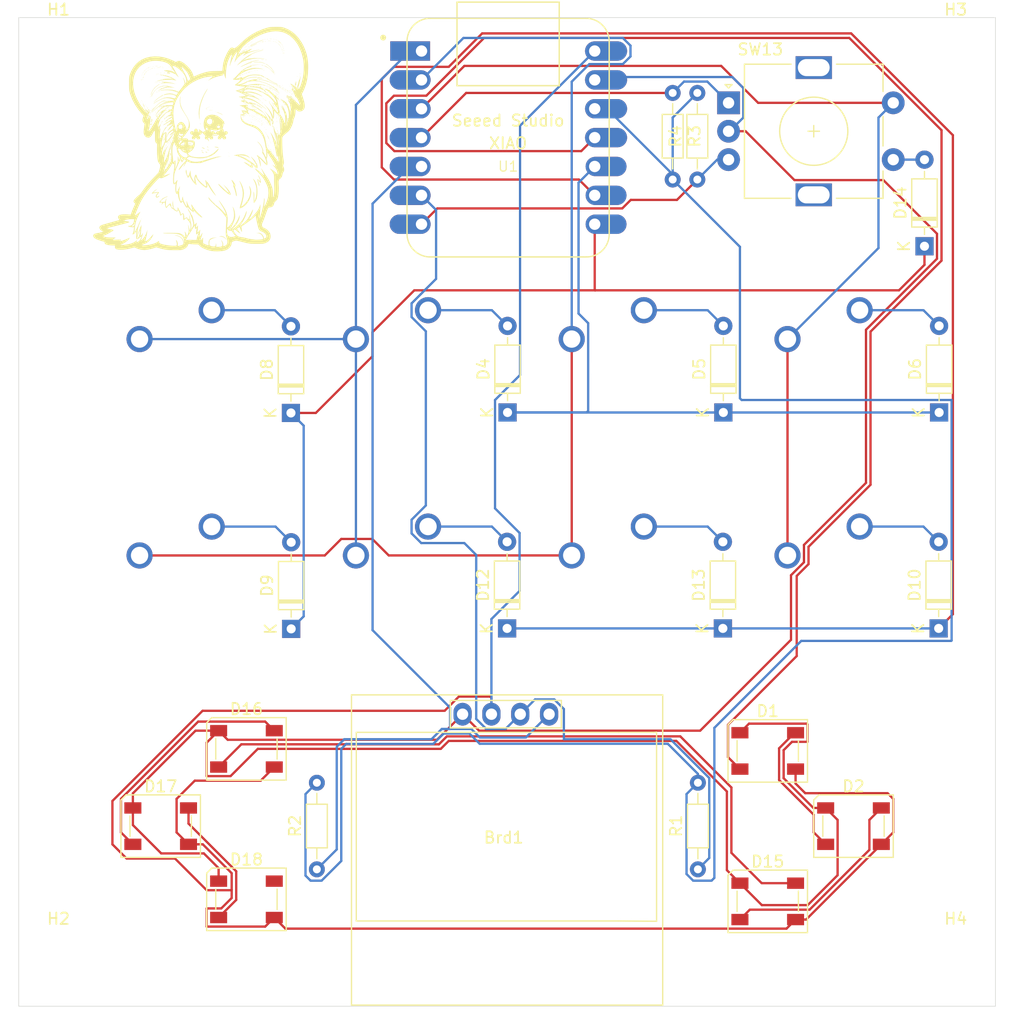
<source format=kicad_pcb>
(kicad_pcb (version 20240108) (generator "pcbnew") (generator_version "8.0")
  (layers (0 "F.Cu" signal) (31 "B.Cu" signal) (34 "B.Paste" user) (35 "F.Paste" user) (36 "B.SilkS" user "B.Silkscreen") (37 "F.SilkS" user "F.Silkscreen") (38 "B.Mask" user) (39 "F.Mask" user) (44 "Edge.Cuts" user))
  (net 0 "")
  (net 1 "+5V")
  (net 2 "OLED_SCL")
  (net 3 "GND")
  (net 4 "OLED_SDA")
  (net 5 "Led")
  (net 6 "Net-(D1-DOUT)")
  (net 7 "Net-(D15-DIN)")
  (net 8 "Net-(D8-A)")
  (net 9 "Net-(D9-A)")
  (net 10 "row1")
  (net 11 "Net-(D12-A)")
  (net 12 "Net-(D13-A)")
  (net 13 "Enc_SWA")
  (net 14 "Net-(D15-DOUT)")
  (net 15 "Net-(D16-DOUT)")
  (net 16 "Net-(D17-DOUT)")
  (net 18 "col0")
  (net 19 "col1")
  (net 20 "Enc_SWB")
  (net 21 "Enc_B")
  (net 22 "Enc_A")
  (net 23 "+3.3V")
  (net 24 "row2")
  (net 25 "Net-(D4-A)")
  (net 26 "Net-(D5-A)")
  (net 27 "Net-(D10-A)")
  (net 28 "Net-(D6-A)")
  (net 29 "row0")
  (footprint "MountingHole:MountingHole_3.2mm_M3" (layer "F.Cu") (at 72.5 173.75)
    (property "Reference" "H2" (at 0 -4.2 0) (layer "F.SilkS"))
    (property "Value" "MountingHole")
    (pad "" np_thru_hole circle (at 0 0) (size 3.2 3.2) (drill 3.2) (layers "*.Cu" "*.Mask"))
  )
  (footprint "MountingHole:MountingHole_3.2mm_M3" (layer "F.Cu") (at 72.5 93.75)
    (property "Reference" "H1" (at 0 -4.2 0) (layer "F.SilkS"))
    (property "Value" "MountingHole")
    (pad "" np_thru_hole circle (at 0 0) (size 3.2 3.2) (drill 3.2) (layers "*.Cu" "*.Mask"))
  )
  (footprint "footprints:MX-Solderable-1U" (layer "F.Cu") (at 83.45 140.12)
    (property "Reference" "SW7")
    (property "Value" "SW_Push")
    (pad "" np_thru_hole circle (at -5.08 0 48.099) (size 1.7018 1.7018) (drill 1.7018) (layers "F&B.Cu" "*.Mask"))
    (pad "" np_thru_hole circle (at 0 0) (size 3.9878 3.9878) (drill 3.9878) (layers "*.Cu" "*.Mask"))
    (pad "" np_thru_hole circle (at 5.08 0 48.099) (size 1.7018 1.7018) (drill 1.7018) (layers "F&B.Cu" "*.Mask"))
    (pad "1" thru_hole circle (at -3.81 -2.54) (size 2.3 2.3) (drill 1.524) (layers "*.Cu" "B.Mask") (net 19 "col1"))
    (pad "2" thru_hole circle (at 2.54 -5.08) (size 2.3 2.3) (drill 1.524) (layers "*.Cu" "B.Mask") (net 9 "Net-(D9-A)"))
  )
  (footprint "Resistor_THT:R_Axial_DIN0204_L3.6mm_D1.6mm_P7.62mm_Horizontal" (layer "F.Cu") (at 126.58 96.88 -90)
    (property "Reference" "R3" (at 3.81 -1.92 90) (layer "F.SilkS"))
    (property "Value" "R")
    (pad "1" thru_hole circle (at 0 0 270) (size 1.4 1.4) (drill 0.7) (layers "*.Cu" "*.Mask") (net 22 "Enc_A"))
    (pad "2" thru_hole oval (at 7.62 0 270) (size 1.4 1.4) (drill 0.7) (layers "*.Cu" "*.Mask") (net 23 "+3.3V"))
  )
  (footprint "Rotary_Encoder:RotaryEncoder_Alps_EC11E-Switch_Vertical_H20mm" (layer "F.Cu") (at 131.5 97.75)
    (property "Reference" "SW13" (at 2.8 -4.7 0) (layer "F.SilkS"))
    (property "Value" "RotaryEncoder_Switch")
    (pad "A" thru_hole rect (at 0 0) (size 2 2) (drill 1) (layers "*.Cu" "*.Mask") (net 22 "Enc_A"))
    (pad "B" thru_hole circle (at 0 5) (size 2 2) (drill 1) (layers "*.Cu" "*.Mask") (net 21 "Enc_B"))
    (pad "C" thru_hole circle (at 0 2.5) (size 2 2) (drill 1) (layers "*.Cu" "*.Mask") (net 3 "GND"))
    (pad "MP" thru_hole rect (at 7.5 -3.1) (size 3.2 2) (drill oval 2.8 1.5) (layers "*.Cu" "*.Mask"))
    (pad "MP" thru_hole rect (at 7.5 8.1) (size 3.2 2) (drill oval 2.8 1.5) (layers "*.Cu" "*.Mask"))
    (pad "S1" thru_hole circle (at 14.5 5) (size 2 2) (drill 1) (layers "*.Cu" "*.Mask") (net 13 "Enc_SWA"))
    (pad "S2" thru_hole circle (at 14.5 0) (size 2 2) (drill 1) (layers "*.Cu" "*.Mask") (net 20 "Enc_SWB"))
  )
  (footprint "Resistor_THT:R_Axial_DIN0204_L3.6mm_D1.6mm_P7.62mm_Horizontal" (layer "F.Cu") (at 128.75 104.5 90)
    (property "Reference" "R4" (at 3.81 -1.92 90) (layer "F.SilkS"))
    (property "Value" "R")
    (pad "1" thru_hole circle (at 0 0 90) (size 1.4 1.4) (drill 0.7) (layers "*.Cu" "*.Mask") (net 21 "Enc_B"))
    (pad "2" thru_hole oval (at 7.62 0 90) (size 1.4 1.4) (drill 0.7) (layers "*.Cu" "*.Mask") (net 23 "+3.3V"))
  )
  (footprint "footprints:XIAO-Generic-Hybrid-14P-2.54-21X17.8MM" (layer "F.Cu") (at 112.0895 100.812015)
    (property "Reference" "U1" (at 0 2.54 0) (layer "F.SilkS") (effects (font (size 0.889 0.889) (thickness 0.1016))))
    (property "Value" "MOUDLE-SEEEDUINO-XIAO" (hide yes))
    (fp_text user "Seeed Studio" (at 0 -1.5 0) (layer "F.SilkS"))
    (fp_text user "XIAO" (at 0 0.5 0) (layer "F.SilkS"))
    (pad "1" thru_hole rect (at -7.625 -7.62) (size 3.5 1.7) (drill 1 (offset -1 0)) (layers "*.Cu" "*.Mask") (net 18 "col0"))
    (pad "2" thru_hole oval (at -7.625 -5.08) (size 3.6 1.7) (drill 1 (offset -1 0)) (layers "*.Cu" "*.Mask") (net 19 "col1"))
    (pad "3" thru_hole oval (at -7.625 -2.54) (size 3.6 1.7) (drill 1 (offset -1 0)) (layers "*.Cu" "*.Mask") (net 20 "Enc_SWB"))
    (pad "4" thru_hole oval (at -7.625 0) (size 3.6 1.7) (drill 1 (offset -1 0)) (layers "*.Cu" "*.Mask") (net 22 "Enc_A"))
    (pad "5" thru_hole oval (at -7.625 2.54) (size 3.6 1.7) (drill 1 (offset -1 0)) (layers "*.Cu" "*.Mask") (net 4 "OLED_SDA"))
    (pad "6" thru_hole oval (at -7.625 5.08 180) (size 3.6 1.7) (drill 1 (offset 1 0)) (layers "*.Cu" "*.Mask") (net 2 "OLED_SCL"))
    (pad "7" thru_hole oval (at -7.625 7.62) (size 3.6 1.7) (drill 1 (offset -1 0)) (layers "*.Cu" "*.Mask") (net 21 "Enc_B"))
    (pad "8" thru_hole oval (at 7.625 7.62) (size 3.6 1.7) (drill 1 (offset 1 0)) (layers "*.Cu" "*.Mask") (net 29 "row0"))
    (pad "9" thru_hole oval (at 7.625 5.08) (size 3.6 1.7) (drill 1 (offset 1 0)) (layers "*.Cu" "*.Mask") (net 10 "row1"))
    (pad "10" thru_hole oval (at 7.625 2.54) (size 3.6 1.7) (drill 1 (offset 1 0)) (layers "*.Cu" "*.Mask") (net 24 "row2"))
    (pad "11" thru_hole oval (at 7.625 0) (size 3.7 1.7) (drill 1 (offset 1 0)) (layers "*.Cu" "*.Mask") (net 5 "Led"))
    (pad "12" thru_hole oval (at 7.625 -2.54) (size 3.7 1.7) (drill 1 (offset 1 0)) (layers "*.Cu" "*.Mask") (net 23 "+3.3V"))
    (pad "13" thru_hole oval (at 7.625 -5.08) (size 3.7 1.7) (drill 1 (offset 1 0)) (layers "*.Cu" "*.Mask") (net 3 "GND"))
    (pad "14" thru_hole oval (at 7.625 -7.62) (size 3.7 1.7) (drill 1 (offset 1 0)) (layers "*.Cu" "*.Mask") (net 1 "+5V"))
  )
  (footprint "SSD1306:128x64OLED" (layer "F.Cu") (at 111.7 162.15)
    (property "Reference" "Brd1" (at 0 0.254 0) (layer "F.SilkS"))
    (property "Value" "SSD1306")
    (pad "1" thru_hole oval (at -3.62 -10.6 90) (size 2 1.6) (drill 1) (layers "*.Cu" "*.Mask") (net 3 "GND"))
    (pad "2" thru_hole oval (at -1.08 -10.6 90) (size 2 1.6) (drill 1) (layers "*.Cu" "*.Mask") (net 1 "+5V"))
    (pad "3" thru_hole oval (at 1.46 -10.6 90) (size 2 1.6) (drill 1) (layers "*.Cu" "*.Mask") (net 2 "OLED_SCL"))
    (pad "4" thru_hole oval (at 4 -10.6 90) (size 2 1.6) (drill 1) (layers "*.Cu" "*.Mask") (net 4 "OLED_SDA"))
  )
  (footprint "footprints:MX-Solderable-1U" (layer "F.Cu") (at 121.5 140.11805)
    (property "Reference" "SW11")
    (property "Value" "SW_Push")
    (pad "" np_thru_hole circle (at -5.08 0 48.099) (size 1.7018 1.7018) (drill 1.7018) (layers "F&B.Cu" "*.Mask"))
    (pad "" np_thru_hole circle (at 0 0) (size 3.9878 3.9878) (drill 3.9878) (layers "*.Cu" "*.Mask"))
    (pad "" np_thru_hole circle (at 5.08 0 48.099) (size 1.7018 1.7018) (drill 1.7018) (layers "F&B.Cu" "*.Mask"))
    (pad "1" thru_hole circle (at -3.81 -2.54) (size 2.3 2.3) (drill 1.524) (layers "*.Cu" "B.Mask") (net 19 "col1"))
    (pad "2" thru_hole circle (at 2.54 -5.08) (size 2.3 2.3) (drill 1.524) (layers "*.Cu" "B.Mask") (net 12 "Net-(D13-A)"))
  )
  (footprint "LED_SMD:LED_SK6812_PLCC4_5.0x5.0mm_P3.2mm" (layer "F.Cu") (at 134.95 168.02)
    (property "Reference" "D15" (at 0 -3.5 0) (layer "F.SilkS"))
    (property "Value" "SK6812")
    (pad "1" smd rect (at -2.45 -1.6 180) (size 1.5 1) (layers "F.Cu" "F.Paste" "F.Mask") (net 3 "GND"))
    (pad "2" smd rect (at -2.45 1.6 180) (size 1.5 1) (layers "F.Cu" "F.Paste" "F.Mask") (net 7 "Net-(D15-DIN)"))
    (pad "3" smd rect (at 2.45 1.6 180) (size 1.5 1) (layers "F.Cu" "F.Paste" "F.Mask") (net 1 "+5V"))
    (pad "4" smd rect (at 2.45 -1.6 180) (size 1.5 1) (layers "F.Cu" "F.Paste" "F.Mask") (net 14 "Net-(D15-DOUT)"))
  )
  (footprint "footprints:MX-Solderable-1U" (layer "F.Cu") (at 140.5 121.08)
    (property "Reference" "SW4")
    (property "Value" "SW_Push")
    (pad "" np_thru_hole circle (at -5.08 0 48.099) (size 1.7018 1.7018) (drill 1.7018) (layers "F&B.Cu" "*.Mask"))
    (pad "" np_thru_hole circle (at 0 0) (size 3.9878 3.9878) (drill 3.9878) (layers "*.Cu" "*.Mask"))
    (pad "" np_thru_hole circle (at 5.08 0 48.099) (size 1.7018 1.7018) (drill 1.7018) (layers "F&B.Cu" "*.Mask"))
    (pad "1" thru_hole circle (at -3.81 -2.54) (size 2.3 2.3) (drill 1.524) (layers "*.Cu" "B.Mask") (net 20 "Enc_SWB"))
    (pad "2" thru_hole circle (at 2.54 -5.08) (size 2.3 2.3) (drill 1.524) (layers "*.Cu" "B.Mask") (net 28 "Net-(D6-A)"))
  )
  (footprint "LED_SMD:LED_SK6812_PLCC4_5.0x5.0mm_P3.2mm" (layer "F.Cu") (at 89.05 154.6)
    (property "Reference" "D16" (at 0 -3.5 0) (layer "F.SilkS"))
    (property "Value" "SK6812")
    (pad "1" smd rect (at -2.45 -1.6 180) (size 1.5 1) (layers "F.Cu" "F.Paste" "F.Mask") (net 3 "GND"))
    (pad "2" smd rect (at -2.45 1.6 180) (size 1.5 1) (layers "F.Cu" "F.Paste" "F.Mask") (net 14 "Net-(D15-DOUT)"))
    (pad "3" smd rect (at 2.45 1.6 180) (size 1.5 1) (layers "F.Cu" "F.Paste" "F.Mask") (net 1 "+5V"))
    (pad "4" smd rect (at 2.45 -1.6 180) (size 1.5 1) (layers "F.Cu" "F.Paste" "F.Mask") (net 15 "Net-(D16-DOUT)"))
  )
  (footprint "Diode_THT:D_DO-35_SOD27_P7.62mm_Horizontal" (layer "F.Cu") (at 150.04 125 90)
    (property "Reference" "D6" (at 3.81 -2.12 90) (layer "F.SilkS"))
    (property "Value" "D")
    (fp_text user "K" (at 0 -1.8 90) (layer "F.SilkS"))
    (pad "1" thru_hole rect (at 0 0 90) (size 1.6 1.6) (drill 0.8) (layers "*.Cu" "*.Mask") (net 24 "row2"))
    (pad "2" thru_hole oval (at 7.62 0 90) (size 1.6 1.6) (drill 0.8) (layers "*.Cu" "*.Mask") (net 28 "Net-(D6-A)"))
  )
  (footprint "Diode_THT:D_DO-35_SOD27_P7.62mm_Horizontal" (layer "F.Cu") (at 131.04 125 90)
    (property "Reference" "D5" (at 3.81 -2.12 90) (layer "F.SilkS"))
    (property "Value" "D")
    (fp_text user "K" (at 0 -1.8 90) (layer "F.SilkS"))
    (pad "1" thru_hole rect (at 0 0 90) (size 1.6 1.6) (drill 0.8) (layers "*.Cu" "*.Mask") (net 24 "row2"))
    (pad "2" thru_hole oval (at 7.62 0 90) (size 1.6 1.6) (drill 0.8) (layers "*.Cu" "*.Mask") (net 26 "Net-(D5-A)"))
  )
  (footprint "LED_SMD:LED_SK6812_PLCC4_5.0x5.0mm_P3.2mm" (layer "F.Cu") (at 89.05 167.84)
    (property "Reference" "D18" (at 0 -3.5 0) (layer "F.SilkS"))
    (property "Value" "SK6812")
    (pad "1" smd rect (at -2.45 -1.6 180) (size 1.5 1) (layers "F.Cu" "F.Paste" "F.Mask") (net 3 "GND"))
    (pad "2" smd rect (at -2.45 1.6 180) (size 1.5 1) (layers "F.Cu" "F.Paste" "F.Mask") (net 16 "Net-(D17-DOUT)"))
    (pad "3" smd rect (at 2.45 1.6 180) (size 1.5 1) (layers "F.Cu" "F.Paste" "F.Mask") (net 1 "+5V"))
    (pad "4" smd rect (at 2.45 -1.6 180) (size 1.5 1) (layers "F.Cu" "F.Paste" "F.Mask"))
  )
  (footprint "Diode_THT:D_DO-35_SOD27_P7.62mm_Horizontal" (layer "F.Cu") (at 150 144 90)
    (property "Reference" "D10" (at 3.81 -2.12 90) (layer "F.SilkS"))
    (property "Value" "D")
    (fp_text user "K" (at 0 -1.8 90) (layer "F.SilkS"))
    (pad "1" thru_hole rect (at 0 0 90) (size 1.6 1.6) (drill 0.8) (layers "*.Cu" "*.Mask") (net 10 "row1"))
    (pad "2" thru_hole oval (at 7.62 0 90) (size 1.6 1.6) (drill 0.8) (layers "*.Cu" "*.Mask") (net 27 "Net-(D10-A)"))
  )
  (footprint "LED_SMD:LED_SK6812_PLCC4_5.0x5.0mm_P3.2mm" (layer "F.Cu") (at 142.5 161.4)
    (property "Reference" "D2" (at 0 -3.5 0) (layer "F.SilkS"))
    (property "Value" "SK6812")
    (pad "1" smd rect (at -2.45 -1.6 180) (size 1.5 1) (layers "F.Cu" "F.Paste" "F.Mask") (net 3 "GND"))
    (pad "2" smd rect (at -2.45 1.6 180) (size 1.5 1) (layers "F.Cu" "F.Paste" "F.Mask") (net 6 "Net-(D1-DOUT)"))
    (pad "3" smd rect (at 2.45 1.6 180) (size 1.5 1) (layers "F.Cu" "F.Paste" "F.Mask") (net 1 "+5V"))
    (pad "4" smd rect (at 2.45 -1.6 180) (size 1.5 1) (layers "F.Cu" "F.Paste" "F.Mask") (net 7 "Net-(D15-DIN)"))
  )
  (footprint "LED_SMD:LED_SK6812_PLCC4_5.0x5.0mm_P3.2mm" (layer "F.Cu") (at 81.5 161.4)
    (property "Reference" "D17" (at 0 -3.5 0) (layer "F.SilkS"))
    (property "Value" "SK6812")
    (pad "1" smd rect (at -2.45 -1.6 180) (size 1.5 1) (layers "F.Cu" "F.Paste" "F.Mask") (net 3 "GND"))
    (pad "2" smd rect (at -2.45 1.6 180) (size 1.5 1) (layers "F.Cu" "F.Paste" "F.Mask") (net 15 "Net-(D16-DOUT)"))
    (pad "3" smd rect (at 2.45 1.6 180) (size 1.5 1) (layers "F.Cu" "F.Paste" "F.Mask") (net 1 "+5V"))
    (pad "4" smd rect (at 2.45 -1.6 180) (size 1.5 1) (layers "F.Cu" "F.Paste" "F.Mask") (net 16 "Net-(D17-DOUT)"))
  )
  (footprint "MountingHole:MountingHole_3.2mm_M3" (layer "F.Cu") (at 151.5 93.75)
    (property "Reference" "H3" (at 0 -4.2 0) (layer "F.SilkS"))
    (property "Value" "MountingHole")
    (pad "" np_thru_hole circle (at 0 0) (size 3.2 3.2) (drill 3.2) (layers "*.Cu" "*.Mask"))
  )
  (footprint "footprints:MX-Solderable-1U" (layer "F.Cu") (at 140.5 140.11805)
    (property "Reference" "SW8")
    (property "Value" "SW_Push")
    (pad "" np_thru_hole circle (at -5.08 0 48.099) (size 1.7018 1.7018) (drill 1.7018) (layers "F&B.Cu" "*.Mask"))
    (pad "" np_thru_hole circle (at 0 0) (size 3.9878 3.9878) (drill 3.9878) (layers "*.Cu" "*.Mask"))
    (pad "" np_thru_hole circle (at 5.08 0 48.099) (size 1.7018 1.7018) (drill 1.7018) (layers "F&B.Cu" "*.Mask"))
    (pad "1" thru_hole circle (at -3.81 -2.54) (size 2.3 2.3) (drill 1.524) (layers "*.Cu" "B.Mask") (net 20 "Enc_SWB"))
    (pad "2" thru_hole circle (at 2.54 -5.08) (size 2.3 2.3) (drill 1.524) (layers "*.Cu" "B.Mask") (net 27 "Net-(D10-A)"))
  )
  (footprint "footprints:MX-Solderable-1U" (layer "F.Cu") (at 102.5 121.08)
    (property "Reference" "SW2")
    (property "Value" "SW_Push")
    (pad "" np_thru_hole circle (at -5.08 0 48.099) (size 1.7018 1.7018) (drill 1.7018) (layers "F&B.Cu" "*.Mask"))
    (pad "" np_thru_hole circle (at 0 0) (size 3.9878 3.9878) (drill 3.9878) (layers "*.Cu" "*.Mask"))
    (pad "" np_thru_hole circle (at 5.08 0 48.099) (size 1.7018 1.7018) (drill 1.7018) (layers "F&B.Cu" "*.Mask"))
    (pad "1" thru_hole circle (at -3.81 -2.54) (size 2.3 2.3) (drill 1.524) (layers "*.Cu" "B.Mask") (net 18 "col0"))
    (pad "2" thru_hole circle (at 2.54 -5.08) (size 2.3 2.3) (drill 1.524) (layers "*.Cu" "B.Mask") (net 25 "Net-(D4-A)"))
  )
  (footprint "footprints:MX-Solderable-1U" (layer "F.Cu") (at 121.5 121.08)
    (property "Reference" "SW3")
    (property "Value" "SW_Push")
    (pad "" np_thru_hole circle (at -5.08 0 48.099) (size 1.7018 1.7018) (drill 1.7018) (layers "F&B.Cu" "*.Mask"))
    (pad "" np_thru_hole circle (at 0 0) (size 3.9878 3.9878) (drill 3.9878) (layers "*.Cu" "*.Mask"))
    (pad "" np_thru_hole circle (at 5.08 0 48.099) (size 1.7018 1.7018) (drill 1.7018) (layers "F&B.Cu" "*.Mask"))
    (pad "1" thru_hole circle (at -3.81 -2.54) (size 2.3 2.3) (drill 1.524) (layers "*.Cu" "B.Mask") (net 19 "col1"))
    (pad "2" thru_hole circle (at 2.54 -5.08) (size 2.3 2.3) (drill 1.524) (layers "*.Cu" "B.Mask") (net 26 "Net-(D5-A)"))
  )
  (footprint "LOGO" (layer "F.Cu") (at 85 101)
    (property "Reference" "G***" (at 0 0 0) (layer "F.SilkS") (effects (font (size 1.5 1.5) (thickness 0.3))))
    (property "Value" "LOGO" (hide yes))
  )
  (footprint "MountingHole:MountingHole_3.2mm_M3" (layer "F.Cu") (at 151.5 173.75)
    (property "Reference" "H4" (at 0 -4.2 0) (layer "F.SilkS"))
    (property "Value" "MountingHole")
    (pad "" np_thru_hole circle (at 0 0) (size 3.2 3.2) (drill 3.2) (layers "*.Cu" "*.Mask"))
  )
  (footprint "footprints:MX-Solderable-1U" (layer "F.Cu") (at 102.5 140.11805)
    (property "Reference" "SW10")
    (property "Value" "SW_Push")
    (pad "" np_thru_hole circle (at -5.08 0 48.099) (size 1.7018 1.7018) (drill 1.7018) (layers "F&B.Cu" "*.Mask"))
    (pad "" np_thru_hole circle (at 0 0) (size 3.9878 3.9878) (drill 3.9878) (layers "*.Cu" "*.Mask"))
    (pad "" np_thru_hole circle (at 5.08 0 48.099) (size 1.7018 1.7018) (drill 1.7018) (layers "F&B.Cu" "*.Mask"))
    (pad "1" thru_hole circle (at -3.81 -2.54) (size 2.3 2.3) (drill 1.524) (layers "*.Cu" "B.Mask") (net 18 "col0"))
    (pad "2" thru_hole circle (at 2.54 -5.08) (size 2.3 2.3) (drill 1.524) (layers "*.Cu" "B.Mask") (net 11 "Net-(D12-A)"))
  )
  (footprint "Diode_THT:D_DO-35_SOD27_P7.62mm_Horizontal" (layer "F.Cu") (at 92.97 125.04 90)
    (property "Reference" "D8" (at 3.81 -2.12 90) (layer "F.SilkS"))
    (property "Value" "D")
    (fp_text user "K" (at 0 -1.8 90) (layer "F.SilkS"))
    (pad "1" thru_hole rect (at 0 0 90) (size 1.6 1.6) (drill 0.8) (layers "*.Cu" "*.Mask") (net 29 "row0"))
    (pad "2" thru_hole oval (at 7.62 0 90) (size 1.6 1.6) (drill 0.8) (layers "*.Cu" "*.Mask") (net 8 "Net-(D8-A)"))
  )
  (footprint "Resistor_THT:R_Axial_DIN0204_L3.6mm_D1.6mm_P7.62mm_Horizontal" (layer "F.Cu") (at 128.8 165.2 90)
    (property "Reference" "R1" (at 3.81 -1.92 90) (layer "F.SilkS"))
    (property "Value" "R")
    (pad "1" thru_hole circle (at 0 0 90) (size 1.4 1.4) (drill 0.7) (layers "*.Cu" "*.Mask") (net 2 "OLED_SCL"))
    (pad "2" thru_hole oval (at 7.62 0 90) (size 1.4 1.4) (drill 0.7) (layers "*.Cu" "*.Mask") (net 23 "+3.3V"))
  )
  (footprint "Diode_THT:D_DO-35_SOD27_P7.62mm_Horizontal" (layer "F.Cu") (at 112.04 125 90)
    (property "Reference" "D4" (at 3.81 -2.12 90) (layer "F.SilkS"))
    (property "Value" "D")
    (fp_text user "K" (at 0 -1.8 90) (layer "F.SilkS"))
    (pad "1" thru_hole rect (at 0 0 90) (size 1.6 1.6) (drill 0.8) (layers "*.Cu" "*.Mask") (net 24 "row2"))
    (pad "2" thru_hole oval (at 7.62 0 90) (size 1.6 1.6) (drill 0.8) (layers "*.Cu" "*.Mask") (net 25 "Net-(D4-A)"))
  )
  (footprint "footprints:MX-Solderable-1U" (layer "F.Cu") (at 83.45 121.08)
    (property "Reference" "SW6")
    (property "Value" "SW_Push")
    (pad "" np_thru_hole circle (at -5.08 0 48.099) (size 1.7018 1.7018) (drill 1.7018) (layers "F&B.Cu" "*.Mask"))
    (pad "" np_thru_hole circle (at 0 0) (size 3.9878 3.9878) (drill 3.9878) (layers "*.Cu" "*.Mask"))
    (pad "" np_thru_hole circle (at 5.08 0 48.099) (size 1.7018 1.7018) (drill 1.7018) (layers "F&B.Cu" "*.Mask"))
    (pad "1" thru_hole circle (at -3.81 -2.54) (size 2.3 2.3) (drill 1.524) (layers "*.Cu" "B.Mask") (net 18 "col0"))
    (pad "2" thru_hole circle (at 2.54 -5.08) (size 2.3 2.3) (drill 1.524) (layers "*.Cu" "B.Mask") (net 8 "Net-(D8-A)"))
  )
  (footprint "LED_SMD:LED_SK6812_PLCC4_5.0x5.0mm_P3.2mm" (layer "F.Cu") (at 134.95 154.78)
    (property "Reference" "D1" (at 0 -3.5 0) (layer "F.SilkS"))
    (property "Value" "SK6812")
    (pad "1" smd rect (at -2.45 -1.6 180) (size 1.5 1) (layers "F.Cu" "F.Paste" "F.Mask") (net 3 "GND"))
    (pad "2" smd rect (at -2.45 1.6 180) (size 1.5 1) (layers "F.Cu" "F.Paste" "F.Mask") (net 5 "Led"))
    (pad "3" smd rect (at 2.45 1.6 180) (size 1.5 1) (layers "F.Cu" "F.Paste" "F.Mask") (net 1 "+5V"))
    (pad "4" smd rect (at 2.45 -1.6 180) (size 1.5 1) (layers "F.Cu" "F.Paste" "F.Mask") (net 6 "Net-(D1-DOUT)"))
  )
  (footprint "Diode_THT:D_DO-35_SOD27_P7.62mm_Horizontal" (layer "F.Cu") (at 112 144 90)
    (property "Reference" "D12" (at 3.81 -2.12 90) (layer "F.SilkS"))
    (property "Value" "D")
    (fp_text user "K" (at 0 -1.8 90) (layer "F.SilkS"))
    (pad "1" thru_hole rect (at 0 0 90) (size 1.6 1.6) (drill 0.8) (layers "*.Cu" "*.Mask") (net 10 "row1"))
    (pad "2" thru_hole oval (at 7.62 0 90) (size 1.6 1.6) (drill 0.8) (layers "*.Cu" "*.Mask") (net 11 "Net-(D12-A)"))
  )
  (footprint "Diode_THT:D_DO-35_SOD27_P7.62mm_Horizontal" (layer "F.Cu") (at 92.99 144.04 90)
    (property "Reference" "D9" (at 3.81 -2.12 90) (layer "F.SilkS"))
    (property "Value" "D")
    (fp_text user "K" (at 0 -1.8 90) (layer "F.SilkS"))
    (pad "1" thru_hole rect (at 0 0 90) (size 1.6 1.6) (drill 0.8) (layers "*.Cu" "*.Mask") (net 29 "row0"))
    (pad "2" thru_hole oval (at 7.62 0 90) (size 1.6 1.6) (drill 0.8) (layers "*.Cu" "*.Mask") (net 9 "Net-(D9-A)"))
  )
  (footprint "Resistor_THT:R_Axial_DIN0204_L3.6mm_D1.6mm_P7.62mm_Horizontal" (layer "F.Cu") (at 95.25 165.2 90)
    (property "Reference" "R2" (at 3.81 -1.92 90) (layer "F.SilkS"))
    (property "Value" "R")
    (pad "1" thru_hole circle (at 0 0 90) (size 1.4 1.4) (drill 0.7) (layers "*.Cu" "*.Mask") (net 4 "OLED_SDA"))
    (pad "2" thru_hole oval (at 7.62 0 90) (size 1.4 1.4) (drill 0.7) (layers "*.Cu" "*.Mask") (net 23 "+3.3V"))
  )
  (footprint "Diode_THT:D_DO-35_SOD27_P7.62mm_Horizontal" (layer "F.Cu") (at 131 144 90)
    (property "Reference" "D13" (at 3.81 -2.12 90) (layer "F.SilkS"))
    (property "Value" "D")
    (fp_text user "K" (at 0 -1.8 90) (layer "F.SilkS"))
    (pad "1" thru_hole rect (at 0 0 90) (size 1.6 1.6) (drill 0.8) (layers "*.Cu" "*.Mask") (net 10 "row1"))
    (pad "2" thru_hole oval (at 7.62 0 90) (size 1.6 1.6) (drill 0.8) (layers "*.Cu" "*.Mask") (net 12 "Net-(D13-A)"))
  )
  (footprint "Diode_THT:D_DO-35_SOD27_P7.62mm_Horizontal" (layer "F.Cu") (at 148.75 110.37 90)
    (property "Reference" "D14" (at 3.81 -2.12 90) (layer "F.SilkS"))
    (property "Value" "D")
    (fp_text user "K" (at 0 -1.8 90) (layer "F.SilkS"))
    (pad "1" thru_hole rect (at 0 0 90) (size 1.6 1.6) (drill 0.8) (layers "*.Cu" "*.Mask") (net 29 "row0"))
    (pad "2" thru_hole oval (at 7.62 0 90) (size 1.6 1.6) (drill 0.8) (layers "*.Cu" "*.Mask") (net 13 "Enc_SWA"))
  )
  (gr_rect (start 69 90.25) (end 155 177.25) (stroke (width 0.05)) (fill none) (layer "Edge.Cuts"))
  (segment (start 106.5 151.25) (end 107.75 150) (width 0.2) (layer "F.Cu") (net 1))
  (segment (start 85.184314 151.25) (end 106.5 151.25) (width 0.2) (layer "F.Cu") (net 1))
  (segment (start 146 161.95) (end 146 159) (width 0.2) (layer "F.Cu") (net 1))
  (segment (start 136.6 170.42) (end 137.4 169.62) (width 0.2) (layer "F.Cu") (net 1))
  (segment (start 138.25 158.5) (end 137.4 157.65) (width 0.2) (layer "F.Cu") (net 1))
  (segment (start 137.4 157.65) (end 137.4 156.38) (width 0.2) (layer "F.Cu") (net 1))
  (segment (start 85.55 167.04) (end 82.76 164.25) (width 0.2) (layer "F.Cu") (net 1))
  (segment (start 87.71 167.04) (end 85.55 167.04) (width 0.2) (layer "F.Cu") (net 1))
  (segment (start 137.4 169.62) (end 138.33 169.62) (width 0.2) (layer "F.Cu") (net 1))
  (segment (start 138.33 169.62) (end 144.95 163) (width 0.2) (layer "F.Cu") (net 1))
  (segment (start 145.5 158.5) (end 138.25 158.5) (width 0.2) (layer "F.Cu") (net 1))
  (segment (start 82.9 161.95) (end 82.9 159) (width 0.2) (layer "F.Cu") (net 1))
  (segment (start 82.9 159) (end 84.5 157.4) (width 0.2) (layer "F.Cu") (net 1))
  (segment (start 144.95 163) (end 146 161.95) (width 0.2) (layer "F.Cu") (net 1))
  (segment (start 87.75 165.54) (end 85.21 163) (width 0.2) (layer "F.Cu") (net 1))
  (segment (start 85.21 163) (end 83.95 163) (width 0.2) (layer "F.Cu") (net 1))
  (segment (start 77.25 159.184314) (end 85.184314 151.25) (width 0.2) (layer "F.Cu") (net 1))
  (segment (start 107.75 150) (end 110.5 150) (width 0.2) (layer "F.Cu") (net 1))
  (segment (start 78.5 164.25) (end 77.25 163) (width 0.2) (layer "F.Cu") (net 1))
  (segment (start 82.76 164.25) (end 78.5 164.25) (width 0.2) (layer "F.Cu") (net 1))
  (segment (start 83.95 163) (end 82.9 161.95) (width 0.2) (layer "F.Cu") (net 1))
  (segment (start 87.75 167.724314) (end 87.75 167) (width 0.2) (layer "F.Cu") (net 1))
  (segment (start 85.55 168.64) (end 86.834314 168.64) (width 0.2) (layer "F.Cu") (net 1))
  (segment (start 92.48 170.42) (end 136.6 170.42) (width 0.2) (layer "F.Cu") (net 1))
  (segment (start 110.5 150) (end 110.62 150.12) (width 0.2) (layer "F.Cu") (net 1))
  (segment (start 77.25 163) (end 77.25 159.184314) (width 0.2) (layer "F.Cu") (net 1))
  (segment (start 85.55 170.24) (end 85.55 168.64) (width 0.2) (layer "F.Cu") (net 1))
  (segment (start 84.5 157.4) (end 90.3 157.4) (width 0.2) (layer "F.Cu") (net 1))
  (segment (start 91.5 169.44) (end 92.48 170.42) (width 0.2) (layer "F.Cu") (net 1))
  (segment (start 90.7 170.24) (end 85.55 170.24) (width 0.2) (layer "F.Cu") (net 1))
  (segment (start 86.834314 168.64) (end 87.75 167.724314) (width 0.2) (layer "F.Cu") (net 1))
  (segment (start 91.5 169.44) (end 90.7 170.24) (width 0.2) (layer "F.Cu") (net 1))
  (segment (start 87.75 167) (end 87.71 167.04) (width 0.2) (layer "F.Cu") (net 1))
  (segment (start 87.75 167) (end 87.75 165.54) (width 0.2) (layer "F.Cu") (net 1))
  (segment (start 90.3 157.4) (end 91.5 156.2) (width 0.2) (layer "F.Cu") (net 1))
  (segment (start 110.62 150.12) (end 110.62 151.55) (width 0.2) (layer "F.Cu") (net 1))
  (segment (start 146 159) (end 145.5 158.5) (width 0.2) (layer "F.Cu") (net 1))
  (segment (start 113.1 140.7) (end 110.62 143.18) (width 0.2) (layer "B.Cu") (net 1))
  (segment (start 119.7145 93.192015) (end 113.14 99.766515) (width 0.2) (layer "B.Cu") (net 1))
  (segment (start 113.14 121.7) (end 110.94 123.9) (width 0.2) (layer "B.Cu") (net 1))
  (segment (start 110.94 133.44) (end 113.1 135.6) (width 0.2) (layer "B.Cu") (net 1))
  (segment (start 113.14 99.766515) (end 113.14 121.7) (width 0.2) (layer "B.Cu") (net 1))
  (segment (start 113.1 135.6) (end 113.1 140.7) (width 0.2) (layer "B.Cu") (net 1))
  (segment (start 110.94 123.9) (end 110.94 133.44) (width 0.2) (layer "B.Cu") (net 1))
  (segment (start 110.62 143.18) (end 110.62 151.55) (width 0.2) (layer "B.Cu") (net 1))
  (segment (start 104.43939 136.48805) (end 103.59 135.63866) (width 0.2) (layer "B.Cu") (net 2))
  (segment (start 110.164365 152.85) (end 109.282182 151.967817) (width 0.2) (layer "B.Cu") (net 2))
  (segment (start 128.8 165.2) (end 129.8 164.2) (width 0.2) (layer "B.Cu") (net 2))
  (segment (start 103.59 135.63866) (end 103.59 134.43744) (width 0.2) (layer "B.Cu") (net 2))
  (segment (start 129.8 164.2) (end 129.8 157.165786) (width 0.2) (layer "B.Cu") (net 2))
  (segment (start 116.155635 150.25) (end 114.46 150.25) (width 0.2) (layer "B.Cu") (net 2))
  (segment (start 109.282182 137.53805) (end 108.232182 136.48805) (width 0.2) (layer "B.Cu") (net 2))
  (segment (start 126.384214 153.75) (end 117 153.75) (width 0.2) (layer "B.Cu") (net 2))
  (segment (start 103.59 115.39939) (end 105.75 113.23939) (width 0.2) (layer "B.Cu") (net 2))
  (segment (start 103.59 116.60061) (end 103.59 115.39939) (width 0.2) (layer "B.Cu") (net 2))
  (segment (start 113.16 151.55) (end 111.86 152.85) (width 0.2) (layer "B.Cu") (net 2))
  (segment (start 117 153.75) (end 117 151.094365) (width 0.2) (layer "B.Cu") (net 2))
  (segment (start 104.8439 133.18354) (end 104.8439 117.85451) (width 0.2) (layer "B.Cu") (net 2))
  (segment (start 109.282182 151.967817) (end 109.282182 137.53805) (width 0.2) (layer "B.Cu") (net 2))
  (segment (start 129.8 157.165786) (end 126.384214 153.75) (width 0.2) (layer "B.Cu") (net 2))
  (segment (start 111.86 152.85) (end 110.164365 152.85) (width 0.2) (layer "B.Cu") (net 2))
  (segment (start 108.232182 136.48805) (end 104.43939 136.48805) (width 0.2) (layer "B.Cu") (net 2))
  (segment (start 114.46 150.25) (end 113.16 151.55) (width 0.2) (layer "B.Cu") (net 2))
  (segment (start 105.75 113.23939) (end 105.75 107.177515) (width 0.2) (layer "B.Cu") (net 2))
  (segment (start 117 151.094365) (end 116.155635 150.25) (width 0.2) (layer "B.Cu") (net 2))
  (segment (start 103.59 134.43744) (end 104.8439 133.18354) (width 0.2) (layer "B.Cu") (net 2))
  (segment (start 104.8439 117.85451) (end 103.59 116.60061) (width 0.2) (layer "B.Cu") (net 2))
  (segment (start 105.75 107.177515) (end 104.4645 105.892015) (width 0.2) (layer "B.Cu") (net 2))
  (segment (start 106.861372 153.9) (end 126.9 153.9) (width 0.2) (layer "F.Cu") (net 3))
  (segment (start 138.468628 168.35) (end 141.1 165.718628) (width 0.2) (layer "F.Cu") (net 3))
  (segment (start 149.85 111.47) (end 143.6 117.72) (width 0.2) (layer "F.Cu") (net 3))
  (segment (start 137.085686 153.98) (end 138.45 153.98) (width 0.2) (layer "F.Cu") (net 3))
  (segment (start 132.5 153.18) (end 132.43 153.25) (width 0.2) (layer "F.Cu") (net 3))
  (segment (start 84.565686 153) (end 86.6 153) (width 0.2) (layer "F.Cu") (net 3))
  (segment (start 137.3 104.55) (end 145.13 104.55) (width 0.2) (layer "F.Cu") (net 3))
  (segment (start 131.35 165.27) (end 132.5 166.42) (width 0.2) (layer "F.Cu") (net 3))
  (segment (start 79.05 159.8) (end 79.05 158.515686) (width 0.2) (layer "F.Cu") (net 3))
  (segment (start 86.6 153) (end 87.4 153.8) (width 0.2) (layer "F.Cu") (net 3))
  (segment (start 131.5 100.25) (end 133 100.25) (width 0.2) (layer "F.Cu") (net 3))
  (segment (start 137 139.31866) (end 137 145) (width 0.2) (layer "F.Cu") (net 3))
  (segment (start 138.45 153.98) (end 138.45 152.45) (width 0.2) (layer "F.Cu") (net 3))
  (segment (start 138.45 152.45) (end 138.38 152.38) (width 0.2) (layer "F.Cu") (net 3))
  (segment (start 136.35 157.18) (end 136.35 154.715686) (width 0.2) (layer "F.Cu") (net 3))
  (segment (start 132.5 166.42) (end 134.43 168.35) (width 0.2) (layer "F.Cu") (net 3))
  (segment (start 133 100.25) (end 137.3 104.55) (width 0.2) (layer "F.Cu") (net 3))
  (segment (start 106.161372 154.6) (end 106.861372 153.9) (width 0.2) (layer "F.Cu") (net 3))
  (segment (start 87.65 157) (end 90.05 154.6) (width 0.2) (layer "F.Cu") (net 3))
  (segment (start 85.55 154.05) (end 85.55 157) (width 0.2) (layer "F.Cu") (net 3))
  (segment (start 141.1 165.718628) (end 141.1 160.85) (width 0.2) (layer "F.Cu") (net 3))
  (segment (start 129 153) (end 109.53 153) (width 0.2) (layer "F.Cu") (net 3))
  (segment (start 126.9 153.9) (end 131.35 158.35) (width 0.2) (layer "F.Cu") (net 3))
  (segment (start 79.05 158.515686) (end 84.565686 153) (width 0.2) (layer "F.Cu") (net 3))
  (segment (start 81.55 163.8) (end 79.05 161.3) (width 0.2) (layer "F.Cu") (net 3))
  (segment (start 140.05 159.8) (end 138.97 159.8) (width 0.2) (layer "F.Cu") (net 3))
  (segment (start 143.6 131.191539) (end 138.14 136.651539) (width 0.2) (layer "F.Cu") (net 3))
  (segment (start 86.6 165.1) (end 85.3 163.8) (width 0.2) (layer "F.Cu") (net 3))
  (segment (start 138.14 138.17866) (end 137 139.31866) (width 0.2) (layer "F.Cu") (net 3))
  (segment (start 85.55 157) (end 87.65 157) (width 0.2) (layer "F.Cu") (net 3))
  (segment (start 143.6 117.72) (end 143.6 131.191539) (width 0.2) (layer "F.Cu") (net 3))
  (segment (start 79.05 161.3) (end 79.05 159.8) (width 0.2) (layer "F.Cu") (net 3))
  (segment (start 85.3 163.8) (end 81.55 163.8) (width 0.2) (layer "F.Cu") (net 3))
  (segment (start 87.4 153.8) (end 105.83 153.8) (width 0.2) (layer "F.Cu") (net 3))
  (segment (start 131.35 158.35) (end 131.35 165.27) (width 0.2) (layer "F.Cu") (net 3))
  (segment (start 90.05 154.6) (end 106.161372 154.6) (width 0.2) (layer "F.Cu") (net 3))
  (segment (start 133.3 152.38) (end 132.5 153.18) (width 0.2) (layer "F.Cu") (net 3))
  (segment (start 137 145) (end 129 153) (width 0.2) (layer "F.Cu") (net 3))
  (segment (start 109.53 153) (end 108.08 151.55) (width 0.2) (layer "F.Cu") (net 3))
  (segment (start 141.1 160.85) (end 140.05 159.8) (width 0.2) (layer "F.Cu") (net 3))
  (segment (start 138.14 136.651539) (end 138.14 138.17866) (width 0.2) (layer "F.Cu") (net 3))
  (segment (start 136.35 154.715686) (end 137.085686 153.98) (width 0.2) (layer "F.Cu") (net 3))
  (segment (start 149.85 109.27) (end 149.85 111.47) (width 0.2) (layer "F.Cu") (net 3))
  (segment (start 138.38 152.38) (end 133.3 152.38) (width 0.2) (layer "F.Cu") (net 3))
  (segment (start 105.83 153.8) (end 108.08 151.55) (width 0.2) (layer "F.Cu") (net 3))
  (segment (start 138.97 159.8) (end 136.35 157.18) (width 0.2) (layer "F.Cu") (net 3))
  (segment (start 134.43 168.35) (end 138.468628 168.35) (width 0.2) (layer "F.Cu") (net 3))
  (segment (start 86.6 153) (end 85.55 154.05) (width 0.2) (layer "F.Cu") (net 3))
  (segment (start 145.13 104.55) (end 149.85 109.27) (width 0.2) (layer "F.Cu") (net 3))
  (segment (start 86.6 166.24) (end 86.6 165.1) (width 0.2) (layer "F.Cu") (net 3))
  (segment (start 119.966515 95.48) (end 131.83 95.48) (width 0.2) (layer "B.Cu") (net 3))
  (segment (start 131.83 95.48) (end 132.8 96.45) (width 0.2) (layer "B.Cu") (net 3))
  (segment (start 131.6 100.25) (end 131.5 100.25) (width 0.2) (layer "B.Cu") (net 3))
  (segment (start 132.8 99.05) (end 131.6 100.25) (width 0.2) (layer "B.Cu") (net 3))
  (segment (start 132.8 96.45) (end 132.8 99.05) (width 0.2) (layer "B.Cu") (net 3))
  (segment (start 119.7145 95.732015) (end 119.966515 95.48) (width 0.2) (layer "B.Cu") (net 3))
  (segment (start 108.85 152.85) (end 109.6 153.6) (width 0.2) (layer "B.Cu") (net 4))
  (segment (start 106.98 150.98) (end 106.98 152.85) (width 0.2) (layer "B.Cu") (net 4))
  (segment (start 104.4645 103.352015) (end 103.428154 103.352015) (width 0.2) (layer "B.Cu") (net 4))
  (segment (start 97 154.415786) (end 97.665786 153.75) (width 0.2) (layer "B.Cu") (net 4))
  (segment (start 105.35 153.75) (end 106.25 152.85) (width 0.2) (layer "B.Cu") (net 4))
  (segment (start 109.6 153.6) (end 113.65 153.6) (width 0.2) (layer "B.Cu") (net 4))
  (segment (start 106.25 152.85) (end 108.85 152.85) (width 0.2) (layer "B.Cu") (net 4))
  (segment (start 97.665786 153.75) (end 105.35 153.75) (width 0.2) (layer "B.Cu") (net 4))
  (segment (start 106.98 152.85) (end 106.25 152.85) (width 0.2) (layer "B.Cu") (net 4))
  (segment (start 97 163.45) (end 97 154.415786) (width 0.2) (layer "B.Cu") (net 4))
  (segment (start 100.1561 106.624069) (end 100.1561 144.1561) (width 0.2) (layer "B.Cu") (net 4))
  (segment (start 95.25 165.2) (end 97 163.45) (width 0.2) (layer "B.Cu") (net 4))
  (segment (start 113.65 153.6) (end 115.7 151.55) (width 0.2) (layer "B.Cu") (net 4))
  (segment (start 100.1561 144.1561) (end 106.98 150.98) (width 0.2) (layer "B.Cu") (net 4))
  (segment (start 103.428154 103.352015) (end 100.1561 106.624069) (width 0.2) (layer "B.Cu") (net 4))
  (segment (start 118.526515 102) (end 119.7145 100.812015) (width 0.2) (layer "F.Cu") (net 5))
  (segment (start 131.45 155.33) (end 131.45 152.482825) (width 0.2) (layer "F.Cu") (net 5))
  (segment (start 144 131.357225) (end 144 117.885686) (width 0.2) (layer "F.Cu") (net 5))
  (segment (start 138.54 136.817225) (end 144 131.357225) (width 0.2) (layer "F.Cu") (net 5))
  (segment (start 150.25 100.161522) (end 142.130493 92.042015) (width 0.2) (layer "F.Cu") (net 5))
  (segment (start 109.970846 92.042015) (end 104.890846 97.122015) (width 0.2) (layer "F.Cu") (net 5))
  (segment (start 101.3645 97.795669) (end 101.3645 101.288361) (width 0.2) (layer "F.Cu") (net 5))
  (segment (start 101.3645 101.288361) (end 102.076139 102) (width 0.2) (layer "F.Cu") (net 5))
  (segment (start 144 117.885686) (end 150.25 111.635686) (width 0.2) (layer "F.Cu") (net 5))
  (segment (start 142.130493 92.042015) (end 109.970846 92.042015) (width 0.2) (layer "F.Cu") (net 5))
  (segment (start 150.25 111.635686) (end 150.25 100.161522) (width 0.2) (layer "F.Cu") (net 5))
  (segment (start 137.5 146.432825) (end 137.5 139.384346) (width 0.2) (layer "F.Cu") (net 5))
  (segment (start 132.5 156.38) (end 131.45 155.33) (width 0.2) (layer "F.Cu") (net 5))
  (segment (start 102.038154 97.122015) (end 101.3645 97.795669) (width 0.2) (layer "F.Cu") (net 5))
  (segment (start 131.45 152.482825) (end 137.5 146.432825) (width 0.2) (layer "F.Cu") (net 5))
  (segment (start 137.5 139.384346) (end 138.54 138.344346) (width 0.2) (layer "F.Cu") (net 5))
  (segment (start 102.076139 102) (end 118.526515 102) (width 0.2) (layer "F.Cu") (net 5))
  (segment (start 138.54 138.344346) (end 138.54 136.817225) (width 0.2) (layer "F.Cu") (net 5))
  (segment (start 104.890846 97.122015) (end 102.038154 97.122015) (width 0.2) (layer "F.Cu") (net 5))
  (segment (start 137.4 153.18) (end 137.32 153.18) (width 0.2) (layer "F.Cu") (net 6))
  (segment (start 135.95 157.345686) (end 139 160.395686) (width 0.2) (layer "F.Cu") (net 6))
  (segment (start 137.32 153.18) (end 135.95 154.55) (width 0.2) (layer "F.Cu") (net 6))
  (segment (start 139 160.395686) (end 139 161.95) (width 0.2) (layer "F.Cu") (net 6))
  (segment (start 135.95 154.55) (end 135.95 157.345686) (width 0.2) (layer "F.Cu") (net 6))
  (segment (start 139 161.95) (end 140.05 163) (width 0.2) (layer "F.Cu") (net 6))
  (segment (start 143.9 163.484314) (end 143.9 160.85) (width 0.2) (layer "F.Cu") (net 7))
  (segment (start 133.37 168.75) (end 138.634314 168.75) (width 0.2) (layer "F.Cu") (net 7))
  (segment (start 143.9 160.85) (end 144.95 159.8) (width 0.2) (layer "F.Cu") (net 7))
  (segment (start 132.5 169.62) (end 133.37 168.75) (width 0.2) (layer "F.Cu") (net 7))
  (segment (start 138.634314 168.75) (end 143.9 163.484314) (width 0.2) (layer "F.Cu") (net 7))
  (segment (start 85.99 116) (end 91.55 116) (width 0.2) (layer "B.Cu") (net 8))
  (segment (start 91.55 116) (end 92.97 117.42) (width 0.2) (layer "B.Cu") (net 8))
  (segment (start 85.99 135.04) (end 91.61 135.04) (width 0.2) (layer "B.Cu") (net 9))
  (segment (start 91.61 135.04) (end 92.99 136.42) (width 0.2) (layer "B.Cu") (net 9))
  (segment (start 151.25 100.595836) (end 151.25 142.75) (width 0.2) (layer "F.Cu") (net 10))
  (segment (start 100.9645 103.428361) (end 100.9645 95.655669) (width 0.2) (layer "F.Cu") (net 10))
  (segment (start 142.296179 91.642015) (end 151.25 100.595836) (width 0.2) (layer "F.Cu") (net 10))
  (segment (start 100.9645 95.655669) (end 102.038154 94.582015) (width 0.2) (layer "F.Cu") (net 10))
  (segment (start 119.7145 105.892015) (end 118.3245 104.502015) (width 0.2) (layer "F.Cu") (net 10))
  (segment (start 109.80516 91.642015) (end 142.296179 91.642015) (width 0.2) (layer "F.Cu") (net 10))
  (segment (start 102.038154 94.582015) (end 106.86516 94.582015) (width 0.2) (layer "F.Cu") (net 10))
  (segment (start 102.038154 104.502015) (end 100.9645 103.428361) (width 0.2) (layer "F.Cu") (net 10))
  (segment (start 106.86516 94.582015) (end 109.80516 91.642015) (width 0.2) (layer "F.Cu") (net 10))
  (segment (start 151.25 142.75) (end 150 144) (width 0.2) (layer "F.Cu") (net 10))
  (segment (start 118.3245 104.502015) (end 102.038154 104.502015) (width 0.2) (layer "F.Cu") (net 10))
  (segment (start 112 144) (end 131 144) (width 0.2) (layer "B.Cu") (net 10))
  (segment (start 131 144) (end 150 144) (width 0.2) (layer "B.Cu") (net 10))
  (segment (start 110.65805 135.03805) (end 112 136.38) (width 0.2) (layer "B.Cu") (net 11))
  (segment (start 105.04 135.03805) (end 110.65805 135.03805) (width 0.2) (layer "B.Cu") (net 11))
  (segment (start 129.65805 135.03805) (end 131 136.38) (width 0.2) (layer "B.Cu") (net 12))
  (segment (start 124.04 135.03805) (end 129.65805 135.03805) (width 0.2) (layer "B.Cu") (net 12))
  (segment (start 146 102.75) (end 148.75 102.75) (width 0.2) (layer "B.Cu") (net 13))
  (segment (start 137.4 166.42) (end 134.42 166.42) (width 0.2) (layer "F.Cu") (net 14))
  (segment (start 105.995686 154.2) (end 88.6 154.2) (width 0.2) (layer "F.Cu") (net 14))
  (segment (start 127.25 153.5) (end 106.695686 153.5) (width 0.2) (layer "F.Cu") (net 14))
  (segment (start 88.6 154.2) (end 86.6 156.2) (width 0.2) (layer "F.Cu") (net 14))
  (segment (start 131.75 158) (end 127.25 153.5) (width 0.2) (layer "F.Cu") (net 14))
  (segment (start 106.695686 153.5) (end 105.995686 154.2) (width 0.2) (layer "F.Cu") (net 14))
  (segment (start 134.42 166.42) (end 131.75 163.75) (width 0.2) (layer "F.Cu") (net 14))
  (segment (start 131.75 163.75) (end 131.75 158) (width 0.2) (layer "F.Cu") (net 14))
  (segment (start 90.7 152.2) (end 91.5 153) (width 0.2) (layer "F.Cu") (net 15))
  (segment (start 79.05 163) (end 78 161.95) (width 0.2) (layer "F.Cu") (net 15))
  (segment (start 78 159) (end 84.8 152.2) (width 0.2) (layer "F.Cu") (net 15))
  (segment (start 78 161.95) (end 78 159) (width 0.2) (layer "F.Cu") (net 15))
  (segment (start 84.8 152.2) (end 90.7 152.2) (width 0.2) (layer "F.Cu") (net 15))
  (segment (start 88.15 165.374314) (end 83.95 161.174314) (width 0.2) (layer "F.Cu") (net 16))
  (segment (start 86.6 169.44) (end 88.15 167.89) (width 0.2) (layer "F.Cu") (net 16))
  (segment (start 83.95 161.174314) (end 83.95 159.8) (width 0.2) (layer "F.Cu") (net 16))
  (segment (start 88.15 167.89) (end 88.15 165.374314) (width 0.2) (layer "F.Cu") (net 16))
  (segment (start 104.4645 93.192015) (end 103.428154 93.192015) (width 0.2) (layer "B.Cu") (net 18))
  (segment (start 98.69 137.57805) (end 98.69 118.54) (width 0.2) (layer "B.Cu") (net 18))
  (segment (start 98.69 118.54) (end 79.64 118.54) (width 0.2) (layer "B.Cu") (net 18))
  (segment (start 98.69 97.930169) (end 98.69 118.54) (width 0.2) (layer "B.Cu") (net 18))
  (segment (start 103.428154 93.192015) (end 98.69 97.930169) (width 0.2) (layer "B.Cu") (net 18))
  (segment (start 97.39823 136.12805) (end 95.94628 137.58) (width 0.2) (layer "F.Cu") (net 19))
  (segment (start 117.69 118.54) (end 117.69 137.57805) (width 0.2) (layer "F.Cu") (net 19))
  (segment (start 100.12805 136.12805) (end 97.39823 136.12805) (width 0.2) (layer "F.Cu") (net 19))
  (segment (start 95.94628 137.58) (end 79.64 137.58) (width 0.2) (layer "F.Cu") (net 19))
  (segment (start 117.69 137.57805) (end 101.57805 137.57805) (width 0.2) (layer "F.Cu") (net 19))
  (segment (start 101.57805 137.57805) (end 100.12805 136.12805) (width 0.2) (layer "F.Cu") (net 19))
  (segment (start 122.8645 92.715669) (end 122.8645 93.668361) (width 0.2) (layer "B.Cu") (net 19))
  (segment (start 104.4645 95.732015) (end 108.1545 92.042015) (width 0.2) (layer "B.Cu") (net 19))
  (segment (start 117.69 95.890169) (end 117.69 118.54) (width 0.2) (layer "B.Cu") (net 19))
  (segment (start 122.190846 92.042015) (end 122.8645 92.715669) (width 0.2) (layer "B.Cu") (net 19))
  (segment (start 119.238154 94.342015) (end 117.69 95.890169) (width 0.2) (layer "B.Cu") (net 19))
  (segment (start 122.8645 93.668361) (end 122.190846 94.342015) (width 0.2) (layer "B.Cu") (net 19))
  (segment (start 122.190846 94.342015) (end 119.238154 94.342015) (width 0.2) (layer "B.Cu") (net 19))
  (segment (start 108.1545 92.042015) (end 122.190846 92.042015) (width 0.2) (layer "B.Cu") (net 19))
  (segment (start 108.236515 94.5) (end 104.4645 98.272015) (width 0.2) (layer "F.Cu") (net 20))
  (segment (start 136.69 118.54) (end 136.69 137.57805) (width 0.2) (layer "F.Cu") (net 20))
  (segment (start 130.85 94.5) (end 108.236515 94.5) (width 0.2) (layer "F.Cu") (net 20))
  (segment (start 146 97.75) (end 134.1 97.75) (width 0.2) (layer "F.Cu") (net 20))
  (segment (start 134.1 97.75) (end 130.85 94.5) (width 0.2) (layer "F.Cu") (net 20))
  (segment (start 146 97.75) (end 144.7 99.05) (width 0.2) (layer "B.Cu") (net 20))
  (segment (start 144.7 110.53) (end 136.69 118.54) (width 0.2) (layer "B.Cu") (net 20))
  (segment (start 144.7 99.05) (end 144.7 110.53) (width 0.2) (layer "B.Cu") (net 20))
  (segment (start 126.957985 106.292015) (end 122.890846 106.292015) (width 0.2) (layer "F.Cu") (net 21))
  (segment (start 122.890846 106.292015) (end 122.140846 107.042015) (width 0.2) (layer "F.Cu") (net 21))
  (segment (start 122.140846 107.042015) (end 105.8545 107.042015) (width 0.2) (layer "F.Cu") (net 21))
  (segment (start 105.8545 107.042015) (end 104.4645 108.432015) (width 0.2) (layer "F.Cu") (net 21))
  (segment (start 128.75 104.5) (end 126.957985 106.292015) (width 0.2) (layer "F.Cu") (net 21))
  (segment (start 130.5 102.75) (end 131.5 102.75) (width 0.2) (layer "B.Cu") (net 21))
  (segment (start 128.75 104.5) (end 130.5 102.75) (width 0.2) (layer "B.Cu") (net 21))
  (segment (start 126.577985 96.882015) (end 108.3945 96.882015) (width 0.2) (layer "F.Cu") (net 22))
  (segment (start 108.3945 96.882015) (end 104.4645 100.812015) (width 0.2) (layer "F.Cu") (net 22))
  (segment (start 126.58 96.88) (end 126.577985 96.882015) (width 0.2) (layer "F.Cu") (net 22))
  (segment (start 127.58 95.88) (end 129.63 95.88) (width 0.2) (layer "B.Cu") (net 22))
  (segment (start 129.63 95.88) (end 131.5 97.75) (width 0.2) (layer "B.Cu") (net 22))
  (segment (start 126.58 96.88) (end 127.58 95.88) (width 0.2) (layer "B.Cu") (net 22))
  (segment (start 97.4 154.6) (end 97.4 164.464214) (width 0.2) (layer "B.Cu") (net 23))
  (segment (start 94.25 165.75) (end 94.25 158.58) (width 0.2) (layer "B.Cu") (net 23))
  (segment (start 126.58 104.5) (end 126.58 99.05) (width 0.2) (layer "B.Cu") (net 23))
  (segment (start 94.7 166.2) (end 94.25 165.75) (width 0.2) (layer "B.Cu") (net 23))
  (segment (start 132.5 123.75) (end 132.65 123.9) (width 0.2) (layer "B.Cu") (net 23))
  (segment (start 128.8 157.58) (end 128.8 156.8) (width 0.2) (layer "B.Cu") (net 23))
  (segment (start 130.25 152.75) (end 130.25 165.95) (width 0.2) (layer "B.Cu") (net 23))
  (segment (start 126.15 154.15) (end 109.584314 154.15) (width 0.2) (layer "B.Cu") (net 23))
  (segment (start 127.8 165.614214) (end 127.8 158.58) (width 0.2) (layer "B.Cu") (net 23))
  (segment (start 151.1 145.1) (end 137.9 145.1) (width 0.2) (layer "B.Cu") (net 23))
  (segment (start 106.415686 153.25) (end 105.5 154.165686) (width 0.2) (layer "B.Cu") (net 23))
  (segment (start 109.584314 154.15) (end 108.684314 153.25) (width 0.2) (layer "B.Cu") (net 23))
  (segment (start 97.834314 154.165686) (end 97.4 154.6) (width 0.2) (layer "B.Cu") (net 23))
  (segment (start 130.25 165.95) (end 130 166.2) (width 0.2) (layer "B.Cu") (net 23))
  (segment (start 132.65 123.9) (end 151.14 123.9) (width 0.2) (layer "B.Cu") (net 23))
  (segment (start 120.800846 98.272015) (end 126.58 104.051169) (width 0.2) (layer "B.Cu") (net 23))
  (segment (start 126.58 104.5) (end 132.5 110.42) (width 0.2) (layer "B.Cu") (net 23))
  (segment (start 126.58 104.051169) (end 126.58 104.5) (width 0.2) (layer "B.Cu") (net 23))
  (segment (start 95.664214 166.2) (end 94.7 166.2) (width 0.2) (layer "B.Cu") (net 23))
  (segment (start 128.8 156.8) (end 126.15 154.15) (width 0.2) (layer "B.Cu") (net 23))
  (segment (start 137.9 145.1) (end 130.25 152.75) (width 0.2) (layer "B.Cu") (net 23))
  (segment (start 151.14 123.9) (end 151.14 145.06) (width 0.2) (layer "B.Cu") (net 23))
  (segment (start 126.58 99.05) (end 128.75 96.88) (width 0.2) (layer "B.Cu") (net 23))
  (segment (start 105.5 154.165686) (end 97.834314 154.165686) (width 0.2) (layer "B.Cu") (net 23))
  (segment (start 127.8 158.58) (end 128.8 157.58) (width 0.2) (layer "B.Cu") (net 23))
  (segment (start 97.4 164.464214) (end 95.664214 166.2) (width 0.2) (layer "B.Cu") (net 23))
  (segment (start 108.684314 153.25) (end 106.415686 153.25) (width 0.2) (layer "B.Cu") (net 23))
  (segment (start 128.385786 166.2) (end 127.8 165.614214) (width 0.2) (layer "B.Cu") (net 23))
  (segment (start 132.5 110.42) (end 132.5 123.75) (width 0.2) (layer "B.Cu") (net 23))
  (segment (start 130 166.2) (end 128.385786 166.2) (width 0.2) (layer "B.Cu") (net 23))
  (segment (start 151.14 145.06) (end 151.1 145.1) (width 0.2) (layer "B.Cu") (net 23))
  (segment (start 94.25 158.58) (end 95.25 157.58) (width 0.2) (layer "B.Cu") (net 23))
  (segment (start 119.7145 98.272015) (end 120.800846 98.272015) (width 0.2) (layer "B.Cu") (net 23))
  (segment (start 112.04 125) (end 119 125) (width 0.2) (layer "B.Cu") (net 24))
  (segment (start 118.29061 104.775905) (end 119.7145 103.352015) (width 0.2) (layer "B.Cu") (net 24))
  (segment (start 131.04 125) (end 150.04 125) (width 0.2) (layer "B.Cu") (net 24))
  (segment (start 119.14 124.86) (end 119.14 117.14) (width 0.2) (layer "B.Cu") (net 24))
  (segment (start 112.04 125) (end 131.04 125) (width 0.2) (layer "B.Cu") (net 24))
  (segment (start 119.14 117.14) (end 118.29061 116.29061) (width 0.2) (layer "B.Cu") (net 24))
  (segment (start 118.29061 116.29061) (end 118.29061 104.775905) (width 0.2) (layer "B.Cu") (net 24))
  (segment (start 119 125) (end 119.14 124.86) (width 0.2) (layer "B.Cu") (net 24))
  (segment (start 110.66 116) (end 112.04 117.38) (width 0.2) (layer "B.Cu") (net 25))
  (segment (start 105.04 116) (end 110.66 116) (width 0.2) (layer "B.Cu") (net 25))
  (segment (start 129.66 116) (end 131.04 117.38) (width 0.2) (layer "B.Cu") (net 26))
  (segment (start 124.04 116) (end 129.66 116) (width 0.2) (layer "B.Cu") (net 26))
  (segment (start 148.65805 135.03805) (end 150 136.38) (width 0.2) (layer "B.Cu") (net 27))
  (segment (start 143.04 135.03805) (end 148.65805 135.03805) (width 0.2) (layer "B.Cu") (net 27))
  (segment (start 143.04 116) (end 148.66 116) (width 0.2) (layer "B.Cu") (net 28))
  (segment (start 148.66 116) (end 150.04 117.38) (width 0.2) (layer "B.Cu") (net 28))
  (segment (start 95.158329 125.04) (end 92.97 125.04) (width 0.2) (layer "F.Cu") (net 29))
  (segment (start 148.75 112.004314) (end 146.504314 114.25) (width 0.2) (layer "F.Cu") (net 29))
  (segment (start 146.504314 114.25) (end 119.75 114.25) (width 0.2) (layer "F.Cu") (net 29))
  (segment (start 100.14 117.93939) (end 100.14 120.058329) (width 0.2) (layer "F.Cu") (net 29))
  (segment (start 119.7145 108.432015) (end 119.7145 114.2145) (width 0.2) (layer "F.Cu") (net 29))
  (segment (start 119.75 114.25) (end 103.82939 114.25) (width 0.2) (layer "F.Cu") (net 29))
  (segment (start 103.82939 114.25) (end 100.14 117.93939) (width 0.2) (layer "F.Cu") (net 29))
  (segment (start 100.14 120.058329) (end 95.158329 125.04) (width 0.2) (layer "F.Cu") (net 29))
  (segment (start 119.7145 114.2145) (end 119.75 114.25) (width 0.2) (layer "F.Cu") (net 29))
  (segment (start 148.75 110.37) (end 148.75 112.004314) (width 0.2) (layer "F.Cu") (net 29))
  (segment (start 92.99 144.04) (end 94.09 142.94) (width 0.2) (layer "B.Cu") (net 29))
  (segment (start 94.09 142.94) (end 94.09 126.16) (width 0.2) (layer "B.Cu") (net 29))
  (segment (start 94.09 126.16) (end 92.97 125.04) (width 0.2) (layer "B.Cu") (net 29))
)
</source>
